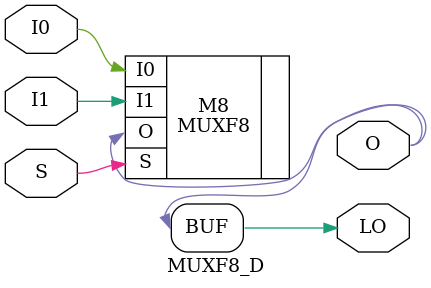
<source format=v>

`timescale  1 ps / 1 ps


module MUXF8_D (LO, O, I0, I1, S);

    output LO, O;
    wire   LO;

    input  I0, I1, S;

    MUXF8 M8 (.O(O), .I0(I0), .I1(I1), .S(S));

    assign LO = O;

endmodule



</source>
